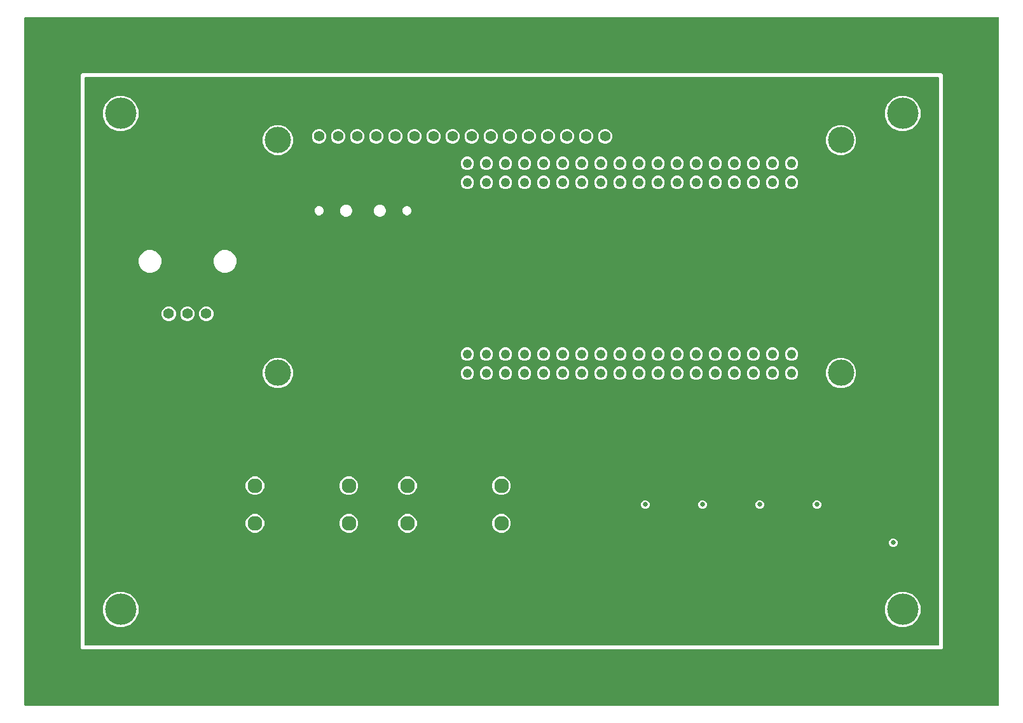
<source format=gbr>
G04 EAGLE Gerber RS-274X export*
G75*
%MOMM*%
%FSLAX34Y34*%
%LPD*%
%INCopper Layer 15*%
%IPPOS*%
%AMOC8*
5,1,8,0,0,1.08239X$1,22.5*%
G01*
%ADD10C,1.244600*%
%ADD11C,1.400000*%
%ADD12C,1.960000*%
%ADD13C,3.500000*%
%ADD14C,4.191000*%
%ADD15C,0.654800*%

G36*
X1219318Y-77454D02*
X1219318Y-77454D01*
X1219437Y-77447D01*
X1219475Y-77434D01*
X1219516Y-77429D01*
X1219626Y-77386D01*
X1219739Y-77349D01*
X1219774Y-77327D01*
X1219811Y-77312D01*
X1219907Y-77243D01*
X1220008Y-77179D01*
X1220036Y-77149D01*
X1220069Y-77126D01*
X1220145Y-77034D01*
X1220226Y-76947D01*
X1220246Y-76912D01*
X1220271Y-76881D01*
X1220322Y-76773D01*
X1220380Y-76669D01*
X1220390Y-76629D01*
X1220407Y-76593D01*
X1220429Y-76476D01*
X1220459Y-76361D01*
X1220463Y-76301D01*
X1220467Y-76281D01*
X1220465Y-76260D01*
X1220469Y-76200D01*
X1220469Y838200D01*
X1220454Y838318D01*
X1220447Y838437D01*
X1220434Y838475D01*
X1220429Y838516D01*
X1220386Y838626D01*
X1220349Y838739D01*
X1220327Y838774D01*
X1220312Y838811D01*
X1220243Y838907D01*
X1220179Y839008D01*
X1220149Y839036D01*
X1220126Y839069D01*
X1220034Y839145D01*
X1219947Y839226D01*
X1219912Y839246D01*
X1219881Y839271D01*
X1219773Y839322D01*
X1219669Y839380D01*
X1219629Y839390D01*
X1219593Y839407D01*
X1219476Y839429D01*
X1219361Y839459D01*
X1219301Y839463D01*
X1219281Y839467D01*
X1219260Y839465D01*
X1219200Y839469D01*
X-76200Y839469D01*
X-76318Y839454D01*
X-76437Y839447D01*
X-76475Y839434D01*
X-76516Y839429D01*
X-76626Y839386D01*
X-76739Y839349D01*
X-76774Y839327D01*
X-76811Y839312D01*
X-76907Y839243D01*
X-77008Y839179D01*
X-77036Y839149D01*
X-77069Y839126D01*
X-77145Y839034D01*
X-77226Y838947D01*
X-77246Y838912D01*
X-77271Y838881D01*
X-77322Y838773D01*
X-77380Y838669D01*
X-77390Y838629D01*
X-77407Y838593D01*
X-77429Y838476D01*
X-77459Y838361D01*
X-77463Y838301D01*
X-77467Y838281D01*
X-77465Y838260D01*
X-77469Y838200D01*
X-77469Y-76200D01*
X-77454Y-76318D01*
X-77447Y-76437D01*
X-77434Y-76475D01*
X-77429Y-76516D01*
X-77386Y-76626D01*
X-77349Y-76739D01*
X-77327Y-76774D01*
X-77312Y-76811D01*
X-77243Y-76907D01*
X-77179Y-77008D01*
X-77149Y-77036D01*
X-77126Y-77069D01*
X-77034Y-77145D01*
X-76947Y-77226D01*
X-76912Y-77246D01*
X-76881Y-77271D01*
X-76773Y-77322D01*
X-76669Y-77380D01*
X-76629Y-77390D01*
X-76593Y-77407D01*
X-76476Y-77429D01*
X-76361Y-77459D01*
X-76301Y-77463D01*
X-76281Y-77467D01*
X-76260Y-77465D01*
X-76200Y-77469D01*
X1219200Y-77469D01*
X1219318Y-77454D01*
G37*
%LPC*%
G36*
X-1052Y-2541D02*
X-1052Y-2541D01*
X-2541Y-1052D01*
X-2541Y763052D01*
X-1052Y764541D01*
X1144052Y764541D01*
X1145541Y763052D01*
X1145541Y-1052D01*
X1144052Y-2541D01*
X-1052Y-2541D01*
G37*
%LPD*%
G36*
X1139308Y2556D02*
X1139308Y2556D01*
X1139427Y2563D01*
X1139465Y2576D01*
X1139506Y2581D01*
X1139616Y2624D01*
X1139729Y2661D01*
X1139764Y2683D01*
X1139801Y2698D01*
X1139897Y2767D01*
X1139998Y2831D01*
X1140026Y2861D01*
X1140059Y2884D01*
X1140135Y2976D01*
X1140216Y3063D01*
X1140236Y3098D01*
X1140261Y3129D01*
X1140312Y3237D01*
X1140370Y3341D01*
X1140380Y3381D01*
X1140397Y3417D01*
X1140419Y3534D01*
X1140449Y3649D01*
X1140453Y3709D01*
X1140457Y3729D01*
X1140455Y3750D01*
X1140459Y3810D01*
X1140459Y758190D01*
X1140444Y758308D01*
X1140437Y758427D01*
X1140424Y758465D01*
X1140419Y758506D01*
X1140376Y758616D01*
X1140339Y758729D01*
X1140317Y758764D01*
X1140302Y758801D01*
X1140233Y758897D01*
X1140169Y758998D01*
X1140139Y759026D01*
X1140116Y759059D01*
X1140024Y759135D01*
X1139937Y759216D01*
X1139902Y759236D01*
X1139871Y759261D01*
X1139763Y759312D01*
X1139659Y759370D01*
X1139619Y759380D01*
X1139583Y759397D01*
X1139466Y759419D01*
X1139351Y759449D01*
X1139291Y759453D01*
X1139271Y759457D01*
X1139250Y759455D01*
X1139190Y759459D01*
X3810Y759459D01*
X3692Y759444D01*
X3573Y759437D01*
X3535Y759424D01*
X3494Y759419D01*
X3384Y759376D01*
X3271Y759339D01*
X3236Y759317D01*
X3199Y759302D01*
X3103Y759233D01*
X3002Y759169D01*
X2974Y759139D01*
X2941Y759116D01*
X2865Y759024D01*
X2784Y758937D01*
X2764Y758902D01*
X2739Y758871D01*
X2688Y758763D01*
X2630Y758659D01*
X2620Y758619D01*
X2603Y758583D01*
X2581Y758466D01*
X2551Y758351D01*
X2547Y758291D01*
X2543Y758271D01*
X2545Y758250D01*
X2541Y758190D01*
X2541Y3810D01*
X2556Y3692D01*
X2563Y3573D01*
X2576Y3535D01*
X2581Y3494D01*
X2624Y3384D01*
X2661Y3271D01*
X2683Y3236D01*
X2698Y3199D01*
X2767Y3103D01*
X2831Y3002D01*
X2861Y2974D01*
X2884Y2941D01*
X2976Y2865D01*
X3063Y2784D01*
X3098Y2764D01*
X3129Y2739D01*
X3237Y2688D01*
X3341Y2630D01*
X3381Y2620D01*
X3417Y2603D01*
X3534Y2581D01*
X3649Y2551D01*
X3709Y2547D01*
X3729Y2543D01*
X3750Y2545D01*
X3810Y2541D01*
X1139190Y2541D01*
X1139308Y2556D01*
G37*
%LPC*%
G36*
X1087526Y687704D02*
X1087526Y687704D01*
X1078891Y691281D01*
X1072281Y697891D01*
X1068704Y706526D01*
X1068704Y715874D01*
X1072281Y724509D01*
X1078891Y731119D01*
X1087526Y734696D01*
X1096874Y734696D01*
X1105509Y731119D01*
X1112119Y724509D01*
X1115696Y715874D01*
X1115696Y706526D01*
X1112119Y697891D01*
X1105509Y691281D01*
X1096874Y687704D01*
X1087526Y687704D01*
G37*
%LPD*%
%LPC*%
G36*
X46126Y687704D02*
X46126Y687704D01*
X37491Y691281D01*
X30881Y697891D01*
X27304Y706526D01*
X27304Y715874D01*
X30881Y724509D01*
X37491Y731119D01*
X46126Y734696D01*
X55474Y734696D01*
X64109Y731119D01*
X70719Y724509D01*
X74296Y715874D01*
X74296Y706526D01*
X70719Y697891D01*
X64109Y691281D01*
X55474Y687704D01*
X46126Y687704D01*
G37*
%LPD*%
%LPC*%
G36*
X46126Y27304D02*
X46126Y27304D01*
X37491Y30881D01*
X30881Y37491D01*
X27304Y46126D01*
X27304Y55474D01*
X30881Y64109D01*
X37491Y70719D01*
X46126Y74296D01*
X55474Y74296D01*
X64109Y70719D01*
X70719Y64109D01*
X74296Y55474D01*
X74296Y46126D01*
X70719Y37491D01*
X64109Y30881D01*
X55474Y27304D01*
X46126Y27304D01*
G37*
%LPD*%
%LPC*%
G36*
X1087526Y27304D02*
X1087526Y27304D01*
X1078891Y30881D01*
X1072281Y37491D01*
X1068704Y46126D01*
X1068704Y55474D01*
X1072281Y64109D01*
X1078891Y70719D01*
X1087526Y74296D01*
X1096874Y74296D01*
X1105509Y70719D01*
X1112119Y64109D01*
X1115696Y55474D01*
X1115696Y46126D01*
X1112119Y37491D01*
X1105509Y30881D01*
X1096874Y27304D01*
X1087526Y27304D01*
G37*
%LPD*%
%LPC*%
G36*
X1006014Y655659D02*
X1006014Y655659D01*
X998648Y658710D01*
X993010Y664348D01*
X989959Y671714D01*
X989959Y679686D01*
X993010Y687052D01*
X998648Y692690D01*
X1006014Y695741D01*
X1013986Y695741D01*
X1021352Y692690D01*
X1026990Y687052D01*
X1030041Y679686D01*
X1030041Y671714D01*
X1026990Y664348D01*
X1021352Y658710D01*
X1013986Y655659D01*
X1006014Y655659D01*
G37*
%LPD*%
%LPC*%
G36*
X256014Y655659D02*
X256014Y655659D01*
X248648Y658710D01*
X243010Y664348D01*
X239959Y671714D01*
X239959Y679686D01*
X243010Y687052D01*
X248648Y692690D01*
X256014Y695741D01*
X263986Y695741D01*
X271352Y692690D01*
X276990Y687052D01*
X280041Y679686D01*
X280041Y671714D01*
X276990Y664348D01*
X271352Y658710D01*
X263986Y655659D01*
X256014Y655659D01*
G37*
%LPD*%
%LPC*%
G36*
X256014Y345659D02*
X256014Y345659D01*
X248648Y348710D01*
X243010Y354348D01*
X239959Y361714D01*
X239959Y369686D01*
X243010Y377052D01*
X248648Y382690D01*
X256014Y385741D01*
X263986Y385741D01*
X271352Y382690D01*
X276990Y377052D01*
X280041Y369686D01*
X280041Y361714D01*
X276990Y354348D01*
X271352Y348710D01*
X263986Y345659D01*
X256014Y345659D01*
G37*
%LPD*%
%LPC*%
G36*
X1006014Y345659D02*
X1006014Y345659D01*
X998648Y348710D01*
X993010Y354348D01*
X989959Y361714D01*
X989959Y369686D01*
X993010Y377052D01*
X998648Y382690D01*
X1006014Y385741D01*
X1013986Y385741D01*
X1021352Y382690D01*
X1026990Y377052D01*
X1030041Y369686D01*
X1030041Y361714D01*
X1026990Y354348D01*
X1021352Y348710D01*
X1013986Y345659D01*
X1006014Y345659D01*
G37*
%LPD*%
%LPC*%
G36*
X186708Y499459D02*
X186708Y499459D01*
X181180Y501749D01*
X176949Y505980D01*
X174659Y511508D01*
X174659Y517492D01*
X176949Y523020D01*
X181180Y527251D01*
X186708Y529541D01*
X192692Y529541D01*
X198220Y527251D01*
X202451Y523020D01*
X204741Y517492D01*
X204741Y511508D01*
X202451Y505980D01*
X198220Y501749D01*
X192692Y499459D01*
X186708Y499459D01*
G37*
%LPD*%
%LPC*%
G36*
X86708Y499459D02*
X86708Y499459D01*
X81180Y501749D01*
X76949Y505980D01*
X74659Y511508D01*
X74659Y517492D01*
X76949Y523020D01*
X81180Y527251D01*
X86708Y529541D01*
X92692Y529541D01*
X98220Y527251D01*
X102451Y523020D01*
X104741Y517492D01*
X104741Y511508D01*
X102451Y505980D01*
X98220Y501749D01*
X92692Y499459D01*
X86708Y499459D01*
G37*
%LPD*%
%LPC*%
G36*
X555345Y203159D02*
X555345Y203159D01*
X550810Y205038D01*
X547338Y208510D01*
X545459Y213045D01*
X545459Y217955D01*
X547338Y222490D01*
X550810Y225962D01*
X555345Y227841D01*
X560255Y227841D01*
X564790Y225962D01*
X568262Y222490D01*
X570141Y217955D01*
X570141Y213045D01*
X568262Y208510D01*
X564790Y205038D01*
X560255Y203159D01*
X555345Y203159D01*
G37*
%LPD*%
%LPC*%
G36*
X430345Y203159D02*
X430345Y203159D01*
X425810Y205038D01*
X422338Y208510D01*
X420459Y213045D01*
X420459Y217955D01*
X422338Y222490D01*
X425810Y225962D01*
X430345Y227841D01*
X435255Y227841D01*
X439790Y225962D01*
X443262Y222490D01*
X445141Y217955D01*
X445141Y213045D01*
X443262Y208510D01*
X439790Y205038D01*
X435255Y203159D01*
X430345Y203159D01*
G37*
%LPD*%
%LPC*%
G36*
X352145Y203159D02*
X352145Y203159D01*
X347610Y205038D01*
X344138Y208510D01*
X342259Y213045D01*
X342259Y217955D01*
X344138Y222490D01*
X347610Y225962D01*
X352145Y227841D01*
X357055Y227841D01*
X361590Y225962D01*
X365062Y222490D01*
X366941Y217955D01*
X366941Y213045D01*
X365062Y208510D01*
X361590Y205038D01*
X357055Y203159D01*
X352145Y203159D01*
G37*
%LPD*%
%LPC*%
G36*
X227145Y203159D02*
X227145Y203159D01*
X222610Y205038D01*
X219138Y208510D01*
X217259Y213045D01*
X217259Y217955D01*
X219138Y222490D01*
X222610Y225962D01*
X227145Y227841D01*
X232055Y227841D01*
X236590Y225962D01*
X240062Y222490D01*
X241941Y217955D01*
X241941Y213045D01*
X240062Y208510D01*
X236590Y205038D01*
X232055Y203159D01*
X227145Y203159D01*
G37*
%LPD*%
%LPC*%
G36*
X555345Y153159D02*
X555345Y153159D01*
X550810Y155038D01*
X547338Y158510D01*
X545459Y163045D01*
X545459Y167955D01*
X547338Y172490D01*
X550810Y175962D01*
X555345Y177841D01*
X560255Y177841D01*
X564790Y175962D01*
X568262Y172490D01*
X570141Y167955D01*
X570141Y163045D01*
X568262Y158510D01*
X564790Y155038D01*
X560255Y153159D01*
X555345Y153159D01*
G37*
%LPD*%
%LPC*%
G36*
X430345Y153159D02*
X430345Y153159D01*
X425810Y155038D01*
X422338Y158510D01*
X420459Y163045D01*
X420459Y167955D01*
X422338Y172490D01*
X425810Y175962D01*
X430345Y177841D01*
X435255Y177841D01*
X439790Y175962D01*
X443262Y172490D01*
X445141Y167955D01*
X445141Y163045D01*
X443262Y158510D01*
X439790Y155038D01*
X435255Y153159D01*
X430345Y153159D01*
G37*
%LPD*%
%LPC*%
G36*
X352145Y153159D02*
X352145Y153159D01*
X347610Y155038D01*
X344138Y158510D01*
X342259Y163045D01*
X342259Y167955D01*
X344138Y172490D01*
X347610Y175962D01*
X352145Y177841D01*
X357055Y177841D01*
X361590Y175962D01*
X365062Y172490D01*
X366941Y167955D01*
X366941Y163045D01*
X365062Y158510D01*
X361590Y155038D01*
X357055Y153159D01*
X352145Y153159D01*
G37*
%LPD*%
%LPC*%
G36*
X227145Y153159D02*
X227145Y153159D01*
X222610Y155038D01*
X219138Y158510D01*
X217259Y163045D01*
X217259Y167955D01*
X219138Y172490D01*
X222610Y175962D01*
X227145Y177841D01*
X232055Y177841D01*
X236590Y175962D01*
X240062Y172490D01*
X241941Y167955D01*
X241941Y163045D01*
X240062Y158510D01*
X236590Y155038D01*
X232055Y153159D01*
X227145Y153159D01*
G37*
%LPD*%
%LPC*%
G36*
X389302Y671159D02*
X389302Y671159D01*
X385796Y672612D01*
X383112Y675296D01*
X381659Y678802D01*
X381659Y682598D01*
X383112Y686104D01*
X385796Y688788D01*
X389302Y690241D01*
X393098Y690241D01*
X396604Y688788D01*
X399288Y686104D01*
X400741Y682598D01*
X400741Y678802D01*
X399288Y675296D01*
X396604Y672612D01*
X393098Y671159D01*
X389302Y671159D01*
G37*
%LPD*%
%LPC*%
G36*
X363902Y671159D02*
X363902Y671159D01*
X360396Y672612D01*
X357712Y675296D01*
X356259Y678802D01*
X356259Y682598D01*
X357712Y686104D01*
X360396Y688788D01*
X363902Y690241D01*
X367698Y690241D01*
X371204Y688788D01*
X373888Y686104D01*
X375341Y682598D01*
X375341Y678802D01*
X373888Y675296D01*
X371204Y672612D01*
X367698Y671159D01*
X363902Y671159D01*
G37*
%LPD*%
%LPC*%
G36*
X338502Y671159D02*
X338502Y671159D01*
X334996Y672612D01*
X332312Y675296D01*
X330859Y678802D01*
X330859Y682598D01*
X332312Y686104D01*
X334996Y688788D01*
X338502Y690241D01*
X342298Y690241D01*
X345804Y688788D01*
X348488Y686104D01*
X349941Y682598D01*
X349941Y678802D01*
X348488Y675296D01*
X345804Y672612D01*
X342298Y671159D01*
X338502Y671159D01*
G37*
%LPD*%
%LPC*%
G36*
X313102Y671159D02*
X313102Y671159D01*
X309596Y672612D01*
X306912Y675296D01*
X305459Y678802D01*
X305459Y682598D01*
X306912Y686104D01*
X309596Y688788D01*
X313102Y690241D01*
X316898Y690241D01*
X320404Y688788D01*
X323088Y686104D01*
X324541Y682598D01*
X324541Y678802D01*
X323088Y675296D01*
X320404Y672612D01*
X316898Y671159D01*
X313102Y671159D01*
G37*
%LPD*%
%LPC*%
G36*
X694102Y671159D02*
X694102Y671159D01*
X690596Y672612D01*
X687912Y675296D01*
X686459Y678802D01*
X686459Y682598D01*
X687912Y686104D01*
X690596Y688788D01*
X694102Y690241D01*
X697898Y690241D01*
X701404Y688788D01*
X704088Y686104D01*
X705541Y682598D01*
X705541Y678802D01*
X704088Y675296D01*
X701404Y672612D01*
X697898Y671159D01*
X694102Y671159D01*
G37*
%LPD*%
%LPC*%
G36*
X668702Y671159D02*
X668702Y671159D01*
X665196Y672612D01*
X662512Y675296D01*
X661059Y678802D01*
X661059Y682598D01*
X662512Y686104D01*
X665196Y688788D01*
X668702Y690241D01*
X672498Y690241D01*
X676004Y688788D01*
X678688Y686104D01*
X680141Y682598D01*
X680141Y678802D01*
X678688Y675296D01*
X676004Y672612D01*
X672498Y671159D01*
X668702Y671159D01*
G37*
%LPD*%
%LPC*%
G36*
X643302Y671159D02*
X643302Y671159D01*
X639796Y672612D01*
X637112Y675296D01*
X635659Y678802D01*
X635659Y682598D01*
X637112Y686104D01*
X639796Y688788D01*
X643302Y690241D01*
X647098Y690241D01*
X650604Y688788D01*
X653288Y686104D01*
X654741Y682598D01*
X654741Y678802D01*
X653288Y675296D01*
X650604Y672612D01*
X647098Y671159D01*
X643302Y671159D01*
G37*
%LPD*%
%LPC*%
G36*
X617902Y671159D02*
X617902Y671159D01*
X614396Y672612D01*
X611712Y675296D01*
X610259Y678802D01*
X610259Y682598D01*
X611712Y686104D01*
X614396Y688788D01*
X617902Y690241D01*
X621698Y690241D01*
X625204Y688788D01*
X627888Y686104D01*
X629341Y682598D01*
X629341Y678802D01*
X627888Y675296D01*
X625204Y672612D01*
X621698Y671159D01*
X617902Y671159D01*
G37*
%LPD*%
%LPC*%
G36*
X592502Y671159D02*
X592502Y671159D01*
X588996Y672612D01*
X586312Y675296D01*
X584859Y678802D01*
X584859Y682598D01*
X586312Y686104D01*
X588996Y688788D01*
X592502Y690241D01*
X596298Y690241D01*
X599804Y688788D01*
X602488Y686104D01*
X603941Y682598D01*
X603941Y678802D01*
X602488Y675296D01*
X599804Y672612D01*
X596298Y671159D01*
X592502Y671159D01*
G37*
%LPD*%
%LPC*%
G36*
X567102Y671159D02*
X567102Y671159D01*
X563596Y672612D01*
X560912Y675296D01*
X559459Y678802D01*
X559459Y682598D01*
X560912Y686104D01*
X563596Y688788D01*
X567102Y690241D01*
X570898Y690241D01*
X574404Y688788D01*
X577088Y686104D01*
X578541Y682598D01*
X578541Y678802D01*
X577088Y675296D01*
X574404Y672612D01*
X570898Y671159D01*
X567102Y671159D01*
G37*
%LPD*%
%LPC*%
G36*
X541702Y671159D02*
X541702Y671159D01*
X538196Y672612D01*
X535512Y675296D01*
X534059Y678802D01*
X534059Y682598D01*
X535512Y686104D01*
X538196Y688788D01*
X541702Y690241D01*
X545498Y690241D01*
X549004Y688788D01*
X551688Y686104D01*
X553141Y682598D01*
X553141Y678802D01*
X551688Y675296D01*
X549004Y672612D01*
X545498Y671159D01*
X541702Y671159D01*
G37*
%LPD*%
%LPC*%
G36*
X516302Y671159D02*
X516302Y671159D01*
X512796Y672612D01*
X510112Y675296D01*
X508659Y678802D01*
X508659Y682598D01*
X510112Y686104D01*
X512796Y688788D01*
X516302Y690241D01*
X520098Y690241D01*
X523604Y688788D01*
X526288Y686104D01*
X527741Y682598D01*
X527741Y678802D01*
X526288Y675296D01*
X523604Y672612D01*
X520098Y671159D01*
X516302Y671159D01*
G37*
%LPD*%
%LPC*%
G36*
X162802Y434959D02*
X162802Y434959D01*
X159296Y436412D01*
X156612Y439096D01*
X155159Y442602D01*
X155159Y446398D01*
X156612Y449904D01*
X159296Y452588D01*
X162802Y454041D01*
X166598Y454041D01*
X170104Y452588D01*
X172788Y449904D01*
X174241Y446398D01*
X174241Y442602D01*
X172788Y439096D01*
X170104Y436412D01*
X166598Y434959D01*
X162802Y434959D01*
G37*
%LPD*%
%LPC*%
G36*
X137802Y434959D02*
X137802Y434959D01*
X134296Y436412D01*
X131612Y439096D01*
X130159Y442602D01*
X130159Y446398D01*
X131612Y449904D01*
X134296Y452588D01*
X137802Y454041D01*
X141598Y454041D01*
X145104Y452588D01*
X147788Y449904D01*
X149241Y446398D01*
X149241Y442602D01*
X147788Y439096D01*
X145104Y436412D01*
X141598Y434959D01*
X137802Y434959D01*
G37*
%LPD*%
%LPC*%
G36*
X112802Y434959D02*
X112802Y434959D01*
X109296Y436412D01*
X106612Y439096D01*
X105159Y442602D01*
X105159Y446398D01*
X106612Y449904D01*
X109296Y452588D01*
X112802Y454041D01*
X116598Y454041D01*
X120104Y452588D01*
X122788Y449904D01*
X124241Y446398D01*
X124241Y442602D01*
X122788Y439096D01*
X120104Y436412D01*
X116598Y434959D01*
X112802Y434959D01*
G37*
%LPD*%
%LPC*%
G36*
X414702Y671159D02*
X414702Y671159D01*
X411196Y672612D01*
X408512Y675296D01*
X407059Y678802D01*
X407059Y682598D01*
X408512Y686104D01*
X411196Y688788D01*
X414702Y690241D01*
X418498Y690241D01*
X422004Y688788D01*
X424688Y686104D01*
X426141Y682598D01*
X426141Y678802D01*
X424688Y675296D01*
X422004Y672612D01*
X418498Y671159D01*
X414702Y671159D01*
G37*
%LPD*%
%LPC*%
G36*
X490902Y671159D02*
X490902Y671159D01*
X487396Y672612D01*
X484712Y675296D01*
X483259Y678802D01*
X483259Y682598D01*
X484712Y686104D01*
X487396Y688788D01*
X490902Y690241D01*
X494698Y690241D01*
X498204Y688788D01*
X500888Y686104D01*
X502341Y682598D01*
X502341Y678802D01*
X500888Y675296D01*
X498204Y672612D01*
X494698Y671159D01*
X490902Y671159D01*
G37*
%LPD*%
%LPC*%
G36*
X440102Y671159D02*
X440102Y671159D01*
X436596Y672612D01*
X433912Y675296D01*
X432459Y678802D01*
X432459Y682598D01*
X433912Y686104D01*
X436596Y688788D01*
X440102Y690241D01*
X443898Y690241D01*
X447404Y688788D01*
X450088Y686104D01*
X451541Y682598D01*
X451541Y678802D01*
X450088Y675296D01*
X447404Y672612D01*
X443898Y671159D01*
X440102Y671159D01*
G37*
%LPD*%
%LPC*%
G36*
X465502Y671159D02*
X465502Y671159D01*
X461996Y672612D01*
X459312Y675296D01*
X457859Y678802D01*
X457859Y682598D01*
X459312Y686104D01*
X461996Y688788D01*
X465502Y690241D01*
X469298Y690241D01*
X472804Y688788D01*
X475488Y686104D01*
X476941Y682598D01*
X476941Y678802D01*
X475488Y675296D01*
X472804Y672612D01*
X469298Y671159D01*
X465502Y671159D01*
G37*
%LPD*%
%LPC*%
G36*
X637657Y636136D02*
X637657Y636136D01*
X634436Y637470D01*
X631970Y639936D01*
X630636Y643157D01*
X630636Y646643D01*
X631970Y649864D01*
X634436Y652330D01*
X637657Y653664D01*
X641143Y653664D01*
X644364Y652330D01*
X646830Y649864D01*
X648164Y646643D01*
X648164Y643157D01*
X646830Y639936D01*
X644364Y637470D01*
X641143Y636136D01*
X637657Y636136D01*
G37*
%LPD*%
%LPC*%
G36*
X612257Y636136D02*
X612257Y636136D01*
X609036Y637470D01*
X606570Y639936D01*
X605236Y643157D01*
X605236Y646643D01*
X606570Y649864D01*
X609036Y652330D01*
X612257Y653664D01*
X615743Y653664D01*
X618964Y652330D01*
X621430Y649864D01*
X622764Y646643D01*
X622764Y643157D01*
X621430Y639936D01*
X618964Y637470D01*
X615743Y636136D01*
X612257Y636136D01*
G37*
%LPD*%
%LPC*%
G36*
X586857Y610736D02*
X586857Y610736D01*
X583636Y612070D01*
X581170Y614536D01*
X579836Y617757D01*
X579836Y621243D01*
X581170Y624464D01*
X583636Y626930D01*
X586857Y628264D01*
X590343Y628264D01*
X593564Y626930D01*
X596030Y624464D01*
X597364Y621243D01*
X597364Y617757D01*
X596030Y614536D01*
X593564Y612070D01*
X590343Y610736D01*
X586857Y610736D01*
G37*
%LPD*%
%LPC*%
G36*
X561457Y610736D02*
X561457Y610736D01*
X558236Y612070D01*
X555770Y614536D01*
X554436Y617757D01*
X554436Y621243D01*
X555770Y624464D01*
X558236Y626930D01*
X561457Y628264D01*
X564943Y628264D01*
X568164Y626930D01*
X570630Y624464D01*
X571964Y621243D01*
X571964Y617757D01*
X570630Y614536D01*
X568164Y612070D01*
X564943Y610736D01*
X561457Y610736D01*
G37*
%LPD*%
%LPC*%
G36*
X536057Y610736D02*
X536057Y610736D01*
X532836Y612070D01*
X530370Y614536D01*
X529036Y617757D01*
X529036Y621243D01*
X530370Y624464D01*
X532836Y626930D01*
X536057Y628264D01*
X539543Y628264D01*
X542764Y626930D01*
X545230Y624464D01*
X546564Y621243D01*
X546564Y617757D01*
X545230Y614536D01*
X542764Y612070D01*
X539543Y610736D01*
X536057Y610736D01*
G37*
%LPD*%
%LPC*%
G36*
X510657Y610736D02*
X510657Y610736D01*
X507436Y612070D01*
X504970Y614536D01*
X503636Y617757D01*
X503636Y621243D01*
X504970Y624464D01*
X507436Y626930D01*
X510657Y628264D01*
X514143Y628264D01*
X517364Y626930D01*
X519830Y624464D01*
X521164Y621243D01*
X521164Y617757D01*
X519830Y614536D01*
X517364Y612070D01*
X514143Y610736D01*
X510657Y610736D01*
G37*
%LPD*%
%LPC*%
G36*
X942457Y610736D02*
X942457Y610736D01*
X939236Y612070D01*
X936770Y614536D01*
X935436Y617757D01*
X935436Y621243D01*
X936770Y624464D01*
X939236Y626930D01*
X942457Y628264D01*
X945943Y628264D01*
X949164Y626930D01*
X951630Y624464D01*
X952964Y621243D01*
X952964Y617757D01*
X951630Y614536D01*
X949164Y612070D01*
X945943Y610736D01*
X942457Y610736D01*
G37*
%LPD*%
%LPC*%
G36*
X917057Y610736D02*
X917057Y610736D01*
X913836Y612070D01*
X911370Y614536D01*
X910036Y617757D01*
X910036Y621243D01*
X911370Y624464D01*
X913836Y626930D01*
X917057Y628264D01*
X920543Y628264D01*
X923764Y626930D01*
X926230Y624464D01*
X927564Y621243D01*
X927564Y617757D01*
X926230Y614536D01*
X923764Y612070D01*
X920543Y610736D01*
X917057Y610736D01*
G37*
%LPD*%
%LPC*%
G36*
X891657Y610736D02*
X891657Y610736D01*
X888436Y612070D01*
X885970Y614536D01*
X884636Y617757D01*
X884636Y621243D01*
X885970Y624464D01*
X888436Y626930D01*
X891657Y628264D01*
X895143Y628264D01*
X898364Y626930D01*
X900830Y624464D01*
X902164Y621243D01*
X902164Y617757D01*
X900830Y614536D01*
X898364Y612070D01*
X895143Y610736D01*
X891657Y610736D01*
G37*
%LPD*%
%LPC*%
G36*
X866257Y610736D02*
X866257Y610736D01*
X863036Y612070D01*
X860570Y614536D01*
X859236Y617757D01*
X859236Y621243D01*
X860570Y624464D01*
X863036Y626930D01*
X866257Y628264D01*
X869743Y628264D01*
X872964Y626930D01*
X875430Y624464D01*
X876764Y621243D01*
X876764Y617757D01*
X875430Y614536D01*
X872964Y612070D01*
X869743Y610736D01*
X866257Y610736D01*
G37*
%LPD*%
%LPC*%
G36*
X840857Y610736D02*
X840857Y610736D01*
X837636Y612070D01*
X835170Y614536D01*
X833836Y617757D01*
X833836Y621243D01*
X835170Y624464D01*
X837636Y626930D01*
X840857Y628264D01*
X844343Y628264D01*
X847564Y626930D01*
X850030Y624464D01*
X851364Y621243D01*
X851364Y617757D01*
X850030Y614536D01*
X847564Y612070D01*
X844343Y610736D01*
X840857Y610736D01*
G37*
%LPD*%
%LPC*%
G36*
X815457Y610736D02*
X815457Y610736D01*
X812236Y612070D01*
X809770Y614536D01*
X808436Y617757D01*
X808436Y621243D01*
X809770Y624464D01*
X812236Y626930D01*
X815457Y628264D01*
X818943Y628264D01*
X822164Y626930D01*
X824630Y624464D01*
X825964Y621243D01*
X825964Y617757D01*
X824630Y614536D01*
X822164Y612070D01*
X818943Y610736D01*
X815457Y610736D01*
G37*
%LPD*%
%LPC*%
G36*
X790057Y610736D02*
X790057Y610736D01*
X786836Y612070D01*
X784370Y614536D01*
X783036Y617757D01*
X783036Y621243D01*
X784370Y624464D01*
X786836Y626930D01*
X790057Y628264D01*
X793543Y628264D01*
X796764Y626930D01*
X799230Y624464D01*
X800564Y621243D01*
X800564Y617757D01*
X799230Y614536D01*
X796764Y612070D01*
X793543Y610736D01*
X790057Y610736D01*
G37*
%LPD*%
%LPC*%
G36*
X764657Y610736D02*
X764657Y610736D01*
X761436Y612070D01*
X758970Y614536D01*
X757636Y617757D01*
X757636Y621243D01*
X758970Y624464D01*
X761436Y626930D01*
X764657Y628264D01*
X768143Y628264D01*
X771364Y626930D01*
X773830Y624464D01*
X775164Y621243D01*
X775164Y617757D01*
X773830Y614536D01*
X771364Y612070D01*
X768143Y610736D01*
X764657Y610736D01*
G37*
%LPD*%
%LPC*%
G36*
X739257Y610736D02*
X739257Y610736D01*
X736036Y612070D01*
X733570Y614536D01*
X732236Y617757D01*
X732236Y621243D01*
X733570Y624464D01*
X736036Y626930D01*
X739257Y628264D01*
X742743Y628264D01*
X745964Y626930D01*
X748430Y624464D01*
X749764Y621243D01*
X749764Y617757D01*
X748430Y614536D01*
X745964Y612070D01*
X742743Y610736D01*
X739257Y610736D01*
G37*
%LPD*%
%LPC*%
G36*
X713857Y610736D02*
X713857Y610736D01*
X710636Y612070D01*
X708170Y614536D01*
X706836Y617757D01*
X706836Y621243D01*
X708170Y624464D01*
X710636Y626930D01*
X713857Y628264D01*
X717343Y628264D01*
X720564Y626930D01*
X723030Y624464D01*
X724364Y621243D01*
X724364Y617757D01*
X723030Y614536D01*
X720564Y612070D01*
X717343Y610736D01*
X713857Y610736D01*
G37*
%LPD*%
%LPC*%
G36*
X688457Y610736D02*
X688457Y610736D01*
X685236Y612070D01*
X682770Y614536D01*
X681436Y617757D01*
X681436Y621243D01*
X682770Y624464D01*
X685236Y626930D01*
X688457Y628264D01*
X691943Y628264D01*
X695164Y626930D01*
X697630Y624464D01*
X698964Y621243D01*
X698964Y617757D01*
X697630Y614536D01*
X695164Y612070D01*
X691943Y610736D01*
X688457Y610736D01*
G37*
%LPD*%
%LPC*%
G36*
X663057Y610736D02*
X663057Y610736D01*
X659836Y612070D01*
X657370Y614536D01*
X656036Y617757D01*
X656036Y621243D01*
X657370Y624464D01*
X659836Y626930D01*
X663057Y628264D01*
X666543Y628264D01*
X669764Y626930D01*
X672230Y624464D01*
X673564Y621243D01*
X673564Y617757D01*
X672230Y614536D01*
X669764Y612070D01*
X666543Y610736D01*
X663057Y610736D01*
G37*
%LPD*%
%LPC*%
G36*
X637657Y610736D02*
X637657Y610736D01*
X634436Y612070D01*
X631970Y614536D01*
X630636Y617757D01*
X630636Y621243D01*
X631970Y624464D01*
X634436Y626930D01*
X637657Y628264D01*
X641143Y628264D01*
X644364Y626930D01*
X646830Y624464D01*
X648164Y621243D01*
X648164Y617757D01*
X646830Y614536D01*
X644364Y612070D01*
X641143Y610736D01*
X637657Y610736D01*
G37*
%LPD*%
%LPC*%
G36*
X612257Y610736D02*
X612257Y610736D01*
X609036Y612070D01*
X606570Y614536D01*
X605236Y617757D01*
X605236Y621243D01*
X606570Y624464D01*
X609036Y626930D01*
X612257Y628264D01*
X615743Y628264D01*
X618964Y626930D01*
X621430Y624464D01*
X622764Y621243D01*
X622764Y617757D01*
X621430Y614536D01*
X618964Y612070D01*
X615743Y610736D01*
X612257Y610736D01*
G37*
%LPD*%
%LPC*%
G36*
X764657Y382136D02*
X764657Y382136D01*
X761436Y383470D01*
X758970Y385936D01*
X757636Y389157D01*
X757636Y392643D01*
X758970Y395864D01*
X761436Y398330D01*
X764657Y399664D01*
X768143Y399664D01*
X771364Y398330D01*
X773830Y395864D01*
X775164Y392643D01*
X775164Y389157D01*
X773830Y385936D01*
X771364Y383470D01*
X768143Y382136D01*
X764657Y382136D01*
G37*
%LPD*%
%LPC*%
G36*
X586857Y636136D02*
X586857Y636136D01*
X583636Y637470D01*
X581170Y639936D01*
X579836Y643157D01*
X579836Y646643D01*
X581170Y649864D01*
X583636Y652330D01*
X586857Y653664D01*
X590343Y653664D01*
X593564Y652330D01*
X596030Y649864D01*
X597364Y646643D01*
X597364Y643157D01*
X596030Y639936D01*
X593564Y637470D01*
X590343Y636136D01*
X586857Y636136D01*
G37*
%LPD*%
%LPC*%
G36*
X561457Y636136D02*
X561457Y636136D01*
X558236Y637470D01*
X555770Y639936D01*
X554436Y643157D01*
X554436Y646643D01*
X555770Y649864D01*
X558236Y652330D01*
X561457Y653664D01*
X564943Y653664D01*
X568164Y652330D01*
X570630Y649864D01*
X571964Y646643D01*
X571964Y643157D01*
X570630Y639936D01*
X568164Y637470D01*
X564943Y636136D01*
X561457Y636136D01*
G37*
%LPD*%
%LPC*%
G36*
X536057Y636136D02*
X536057Y636136D01*
X532836Y637470D01*
X530370Y639936D01*
X529036Y643157D01*
X529036Y646643D01*
X530370Y649864D01*
X532836Y652330D01*
X536057Y653664D01*
X539543Y653664D01*
X542764Y652330D01*
X545230Y649864D01*
X546564Y646643D01*
X546564Y643157D01*
X545230Y639936D01*
X542764Y637470D01*
X539543Y636136D01*
X536057Y636136D01*
G37*
%LPD*%
%LPC*%
G36*
X510657Y636136D02*
X510657Y636136D01*
X507436Y637470D01*
X504970Y639936D01*
X503636Y643157D01*
X503636Y646643D01*
X504970Y649864D01*
X507436Y652330D01*
X510657Y653664D01*
X514143Y653664D01*
X517364Y652330D01*
X519830Y649864D01*
X521164Y646643D01*
X521164Y643157D01*
X519830Y639936D01*
X517364Y637470D01*
X514143Y636136D01*
X510657Y636136D01*
G37*
%LPD*%
%LPC*%
G36*
X840857Y382136D02*
X840857Y382136D01*
X837636Y383470D01*
X835170Y385936D01*
X833836Y389157D01*
X833836Y392643D01*
X835170Y395864D01*
X837636Y398330D01*
X840857Y399664D01*
X844343Y399664D01*
X847564Y398330D01*
X850030Y395864D01*
X851364Y392643D01*
X851364Y389157D01*
X850030Y385936D01*
X847564Y383470D01*
X844343Y382136D01*
X840857Y382136D01*
G37*
%LPD*%
%LPC*%
G36*
X815457Y382136D02*
X815457Y382136D01*
X812236Y383470D01*
X809770Y385936D01*
X808436Y389157D01*
X808436Y392643D01*
X809770Y395864D01*
X812236Y398330D01*
X815457Y399664D01*
X818943Y399664D01*
X822164Y398330D01*
X824630Y395864D01*
X825964Y392643D01*
X825964Y389157D01*
X824630Y385936D01*
X822164Y383470D01*
X818943Y382136D01*
X815457Y382136D01*
G37*
%LPD*%
%LPC*%
G36*
X942457Y382136D02*
X942457Y382136D01*
X939236Y383470D01*
X936770Y385936D01*
X935436Y389157D01*
X935436Y392643D01*
X936770Y395864D01*
X939236Y398330D01*
X942457Y399664D01*
X945943Y399664D01*
X949164Y398330D01*
X951630Y395864D01*
X952964Y392643D01*
X952964Y389157D01*
X951630Y385936D01*
X949164Y383470D01*
X945943Y382136D01*
X942457Y382136D01*
G37*
%LPD*%
%LPC*%
G36*
X917057Y382136D02*
X917057Y382136D01*
X913836Y383470D01*
X911370Y385936D01*
X910036Y389157D01*
X910036Y392643D01*
X911370Y395864D01*
X913836Y398330D01*
X917057Y399664D01*
X920543Y399664D01*
X923764Y398330D01*
X926230Y395864D01*
X927564Y392643D01*
X927564Y389157D01*
X926230Y385936D01*
X923764Y383470D01*
X920543Y382136D01*
X917057Y382136D01*
G37*
%LPD*%
%LPC*%
G36*
X891657Y382136D02*
X891657Y382136D01*
X888436Y383470D01*
X885970Y385936D01*
X884636Y389157D01*
X884636Y392643D01*
X885970Y395864D01*
X888436Y398330D01*
X891657Y399664D01*
X895143Y399664D01*
X898364Y398330D01*
X900830Y395864D01*
X902164Y392643D01*
X902164Y389157D01*
X900830Y385936D01*
X898364Y383470D01*
X895143Y382136D01*
X891657Y382136D01*
G37*
%LPD*%
%LPC*%
G36*
X866257Y382136D02*
X866257Y382136D01*
X863036Y383470D01*
X860570Y385936D01*
X859236Y389157D01*
X859236Y392643D01*
X860570Y395864D01*
X863036Y398330D01*
X866257Y399664D01*
X869743Y399664D01*
X872964Y398330D01*
X875430Y395864D01*
X876764Y392643D01*
X876764Y389157D01*
X875430Y385936D01*
X872964Y383470D01*
X869743Y382136D01*
X866257Y382136D01*
G37*
%LPD*%
%LPC*%
G36*
X790057Y382136D02*
X790057Y382136D01*
X786836Y383470D01*
X784370Y385936D01*
X783036Y389157D01*
X783036Y392643D01*
X784370Y395864D01*
X786836Y398330D01*
X790057Y399664D01*
X793543Y399664D01*
X796764Y398330D01*
X799230Y395864D01*
X800564Y392643D01*
X800564Y389157D01*
X799230Y385936D01*
X796764Y383470D01*
X793543Y382136D01*
X790057Y382136D01*
G37*
%LPD*%
%LPC*%
G36*
X739257Y382136D02*
X739257Y382136D01*
X736036Y383470D01*
X733570Y385936D01*
X732236Y389157D01*
X732236Y392643D01*
X733570Y395864D01*
X736036Y398330D01*
X739257Y399664D01*
X742743Y399664D01*
X745964Y398330D01*
X748430Y395864D01*
X749764Y392643D01*
X749764Y389157D01*
X748430Y385936D01*
X745964Y383470D01*
X742743Y382136D01*
X739257Y382136D01*
G37*
%LPD*%
%LPC*%
G36*
X713857Y382136D02*
X713857Y382136D01*
X710636Y383470D01*
X708170Y385936D01*
X706836Y389157D01*
X706836Y392643D01*
X708170Y395864D01*
X710636Y398330D01*
X713857Y399664D01*
X717343Y399664D01*
X720564Y398330D01*
X723030Y395864D01*
X724364Y392643D01*
X724364Y389157D01*
X723030Y385936D01*
X720564Y383470D01*
X717343Y382136D01*
X713857Y382136D01*
G37*
%LPD*%
%LPC*%
G36*
X688457Y382136D02*
X688457Y382136D01*
X685236Y383470D01*
X682770Y385936D01*
X681436Y389157D01*
X681436Y392643D01*
X682770Y395864D01*
X685236Y398330D01*
X688457Y399664D01*
X691943Y399664D01*
X695164Y398330D01*
X697630Y395864D01*
X698964Y392643D01*
X698964Y389157D01*
X697630Y385936D01*
X695164Y383470D01*
X691943Y382136D01*
X688457Y382136D01*
G37*
%LPD*%
%LPC*%
G36*
X663057Y382136D02*
X663057Y382136D01*
X659836Y383470D01*
X657370Y385936D01*
X656036Y389157D01*
X656036Y392643D01*
X657370Y395864D01*
X659836Y398330D01*
X663057Y399664D01*
X666543Y399664D01*
X669764Y398330D01*
X672230Y395864D01*
X673564Y392643D01*
X673564Y389157D01*
X672230Y385936D01*
X669764Y383470D01*
X666543Y382136D01*
X663057Y382136D01*
G37*
%LPD*%
%LPC*%
G36*
X637657Y382136D02*
X637657Y382136D01*
X634436Y383470D01*
X631970Y385936D01*
X630636Y389157D01*
X630636Y392643D01*
X631970Y395864D01*
X634436Y398330D01*
X637657Y399664D01*
X641143Y399664D01*
X644364Y398330D01*
X646830Y395864D01*
X648164Y392643D01*
X648164Y389157D01*
X646830Y385936D01*
X644364Y383470D01*
X641143Y382136D01*
X637657Y382136D01*
G37*
%LPD*%
%LPC*%
G36*
X612257Y382136D02*
X612257Y382136D01*
X609036Y383470D01*
X606570Y385936D01*
X605236Y389157D01*
X605236Y392643D01*
X606570Y395864D01*
X609036Y398330D01*
X612257Y399664D01*
X615743Y399664D01*
X618964Y398330D01*
X621430Y395864D01*
X622764Y392643D01*
X622764Y389157D01*
X621430Y385936D01*
X618964Y383470D01*
X615743Y382136D01*
X612257Y382136D01*
G37*
%LPD*%
%LPC*%
G36*
X586857Y382136D02*
X586857Y382136D01*
X583636Y383470D01*
X581170Y385936D01*
X579836Y389157D01*
X579836Y392643D01*
X581170Y395864D01*
X583636Y398330D01*
X586857Y399664D01*
X590343Y399664D01*
X593564Y398330D01*
X596030Y395864D01*
X597364Y392643D01*
X597364Y389157D01*
X596030Y385936D01*
X593564Y383470D01*
X590343Y382136D01*
X586857Y382136D01*
G37*
%LPD*%
%LPC*%
G36*
X561457Y382136D02*
X561457Y382136D01*
X558236Y383470D01*
X555770Y385936D01*
X554436Y389157D01*
X554436Y392643D01*
X555770Y395864D01*
X558236Y398330D01*
X561457Y399664D01*
X564943Y399664D01*
X568164Y398330D01*
X570630Y395864D01*
X571964Y392643D01*
X571964Y389157D01*
X570630Y385936D01*
X568164Y383470D01*
X564943Y382136D01*
X561457Y382136D01*
G37*
%LPD*%
%LPC*%
G36*
X536057Y382136D02*
X536057Y382136D01*
X532836Y383470D01*
X530370Y385936D01*
X529036Y389157D01*
X529036Y392643D01*
X530370Y395864D01*
X532836Y398330D01*
X536057Y399664D01*
X539543Y399664D01*
X542764Y398330D01*
X545230Y395864D01*
X546564Y392643D01*
X546564Y389157D01*
X545230Y385936D01*
X542764Y383470D01*
X539543Y382136D01*
X536057Y382136D01*
G37*
%LPD*%
%LPC*%
G36*
X510657Y382136D02*
X510657Y382136D01*
X507436Y383470D01*
X504970Y385936D01*
X503636Y389157D01*
X503636Y392643D01*
X504970Y395864D01*
X507436Y398330D01*
X510657Y399664D01*
X514143Y399664D01*
X517364Y398330D01*
X519830Y395864D01*
X521164Y392643D01*
X521164Y389157D01*
X519830Y385936D01*
X517364Y383470D01*
X514143Y382136D01*
X510657Y382136D01*
G37*
%LPD*%
%LPC*%
G36*
X942457Y636136D02*
X942457Y636136D01*
X939236Y637470D01*
X936770Y639936D01*
X935436Y643157D01*
X935436Y646643D01*
X936770Y649864D01*
X939236Y652330D01*
X942457Y653664D01*
X945943Y653664D01*
X949164Y652330D01*
X951630Y649864D01*
X952964Y646643D01*
X952964Y643157D01*
X951630Y639936D01*
X949164Y637470D01*
X945943Y636136D01*
X942457Y636136D01*
G37*
%LPD*%
%LPC*%
G36*
X917057Y636136D02*
X917057Y636136D01*
X913836Y637470D01*
X911370Y639936D01*
X910036Y643157D01*
X910036Y646643D01*
X911370Y649864D01*
X913836Y652330D01*
X917057Y653664D01*
X920543Y653664D01*
X923764Y652330D01*
X926230Y649864D01*
X927564Y646643D01*
X927564Y643157D01*
X926230Y639936D01*
X923764Y637470D01*
X920543Y636136D01*
X917057Y636136D01*
G37*
%LPD*%
%LPC*%
G36*
X586857Y356736D02*
X586857Y356736D01*
X583636Y358070D01*
X581170Y360536D01*
X579836Y363757D01*
X579836Y367243D01*
X581170Y370464D01*
X583636Y372930D01*
X586857Y374264D01*
X590343Y374264D01*
X593564Y372930D01*
X596030Y370464D01*
X597364Y367243D01*
X597364Y363757D01*
X596030Y360536D01*
X593564Y358070D01*
X590343Y356736D01*
X586857Y356736D01*
G37*
%LPD*%
%LPC*%
G36*
X561457Y356736D02*
X561457Y356736D01*
X558236Y358070D01*
X555770Y360536D01*
X554436Y363757D01*
X554436Y367243D01*
X555770Y370464D01*
X558236Y372930D01*
X561457Y374264D01*
X564943Y374264D01*
X568164Y372930D01*
X570630Y370464D01*
X571964Y367243D01*
X571964Y363757D01*
X570630Y360536D01*
X568164Y358070D01*
X564943Y356736D01*
X561457Y356736D01*
G37*
%LPD*%
%LPC*%
G36*
X891657Y636136D02*
X891657Y636136D01*
X888436Y637470D01*
X885970Y639936D01*
X884636Y643157D01*
X884636Y646643D01*
X885970Y649864D01*
X888436Y652330D01*
X891657Y653664D01*
X895143Y653664D01*
X898364Y652330D01*
X900830Y649864D01*
X902164Y646643D01*
X902164Y643157D01*
X900830Y639936D01*
X898364Y637470D01*
X895143Y636136D01*
X891657Y636136D01*
G37*
%LPD*%
%LPC*%
G36*
X510657Y356736D02*
X510657Y356736D01*
X507436Y358070D01*
X504970Y360536D01*
X503636Y363757D01*
X503636Y367243D01*
X504970Y370464D01*
X507436Y372930D01*
X510657Y374264D01*
X514143Y374264D01*
X517364Y372930D01*
X519830Y370464D01*
X521164Y367243D01*
X521164Y363757D01*
X519830Y360536D01*
X517364Y358070D01*
X514143Y356736D01*
X510657Y356736D01*
G37*
%LPD*%
%LPC*%
G36*
X942457Y356736D02*
X942457Y356736D01*
X939236Y358070D01*
X936770Y360536D01*
X935436Y363757D01*
X935436Y367243D01*
X936770Y370464D01*
X939236Y372930D01*
X942457Y374264D01*
X945943Y374264D01*
X949164Y372930D01*
X951630Y370464D01*
X952964Y367243D01*
X952964Y363757D01*
X951630Y360536D01*
X949164Y358070D01*
X945943Y356736D01*
X942457Y356736D01*
G37*
%LPD*%
%LPC*%
G36*
X917057Y356736D02*
X917057Y356736D01*
X913836Y358070D01*
X911370Y360536D01*
X910036Y363757D01*
X910036Y367243D01*
X911370Y370464D01*
X913836Y372930D01*
X917057Y374264D01*
X920543Y374264D01*
X923764Y372930D01*
X926230Y370464D01*
X927564Y367243D01*
X927564Y363757D01*
X926230Y360536D01*
X923764Y358070D01*
X920543Y356736D01*
X917057Y356736D01*
G37*
%LPD*%
%LPC*%
G36*
X891657Y356736D02*
X891657Y356736D01*
X888436Y358070D01*
X885970Y360536D01*
X884636Y363757D01*
X884636Y367243D01*
X885970Y370464D01*
X888436Y372930D01*
X891657Y374264D01*
X895143Y374264D01*
X898364Y372930D01*
X900830Y370464D01*
X902164Y367243D01*
X902164Y363757D01*
X900830Y360536D01*
X898364Y358070D01*
X895143Y356736D01*
X891657Y356736D01*
G37*
%LPD*%
%LPC*%
G36*
X866257Y356736D02*
X866257Y356736D01*
X863036Y358070D01*
X860570Y360536D01*
X859236Y363757D01*
X859236Y367243D01*
X860570Y370464D01*
X863036Y372930D01*
X866257Y374264D01*
X869743Y374264D01*
X872964Y372930D01*
X875430Y370464D01*
X876764Y367243D01*
X876764Y363757D01*
X875430Y360536D01*
X872964Y358070D01*
X869743Y356736D01*
X866257Y356736D01*
G37*
%LPD*%
%LPC*%
G36*
X840857Y356736D02*
X840857Y356736D01*
X837636Y358070D01*
X835170Y360536D01*
X833836Y363757D01*
X833836Y367243D01*
X835170Y370464D01*
X837636Y372930D01*
X840857Y374264D01*
X844343Y374264D01*
X847564Y372930D01*
X850030Y370464D01*
X851364Y367243D01*
X851364Y363757D01*
X850030Y360536D01*
X847564Y358070D01*
X844343Y356736D01*
X840857Y356736D01*
G37*
%LPD*%
%LPC*%
G36*
X815457Y356736D02*
X815457Y356736D01*
X812236Y358070D01*
X809770Y360536D01*
X808436Y363757D01*
X808436Y367243D01*
X809770Y370464D01*
X812236Y372930D01*
X815457Y374264D01*
X818943Y374264D01*
X822164Y372930D01*
X824630Y370464D01*
X825964Y367243D01*
X825964Y363757D01*
X824630Y360536D01*
X822164Y358070D01*
X818943Y356736D01*
X815457Y356736D01*
G37*
%LPD*%
%LPC*%
G36*
X790057Y356736D02*
X790057Y356736D01*
X786836Y358070D01*
X784370Y360536D01*
X783036Y363757D01*
X783036Y367243D01*
X784370Y370464D01*
X786836Y372930D01*
X790057Y374264D01*
X793543Y374264D01*
X796764Y372930D01*
X799230Y370464D01*
X800564Y367243D01*
X800564Y363757D01*
X799230Y360536D01*
X796764Y358070D01*
X793543Y356736D01*
X790057Y356736D01*
G37*
%LPD*%
%LPC*%
G36*
X764657Y356736D02*
X764657Y356736D01*
X761436Y358070D01*
X758970Y360536D01*
X757636Y363757D01*
X757636Y367243D01*
X758970Y370464D01*
X761436Y372930D01*
X764657Y374264D01*
X768143Y374264D01*
X771364Y372930D01*
X773830Y370464D01*
X775164Y367243D01*
X775164Y363757D01*
X773830Y360536D01*
X771364Y358070D01*
X768143Y356736D01*
X764657Y356736D01*
G37*
%LPD*%
%LPC*%
G36*
X739257Y356736D02*
X739257Y356736D01*
X736036Y358070D01*
X733570Y360536D01*
X732236Y363757D01*
X732236Y367243D01*
X733570Y370464D01*
X736036Y372930D01*
X739257Y374264D01*
X742743Y374264D01*
X745964Y372930D01*
X748430Y370464D01*
X749764Y367243D01*
X749764Y363757D01*
X748430Y360536D01*
X745964Y358070D01*
X742743Y356736D01*
X739257Y356736D01*
G37*
%LPD*%
%LPC*%
G36*
X713857Y356736D02*
X713857Y356736D01*
X710636Y358070D01*
X708170Y360536D01*
X706836Y363757D01*
X706836Y367243D01*
X708170Y370464D01*
X710636Y372930D01*
X713857Y374264D01*
X717343Y374264D01*
X720564Y372930D01*
X723030Y370464D01*
X724364Y367243D01*
X724364Y363757D01*
X723030Y360536D01*
X720564Y358070D01*
X717343Y356736D01*
X713857Y356736D01*
G37*
%LPD*%
%LPC*%
G36*
X688457Y356736D02*
X688457Y356736D01*
X685236Y358070D01*
X682770Y360536D01*
X681436Y363757D01*
X681436Y367243D01*
X682770Y370464D01*
X685236Y372930D01*
X688457Y374264D01*
X691943Y374264D01*
X695164Y372930D01*
X697630Y370464D01*
X698964Y367243D01*
X698964Y363757D01*
X697630Y360536D01*
X695164Y358070D01*
X691943Y356736D01*
X688457Y356736D01*
G37*
%LPD*%
%LPC*%
G36*
X663057Y356736D02*
X663057Y356736D01*
X659836Y358070D01*
X657370Y360536D01*
X656036Y363757D01*
X656036Y367243D01*
X657370Y370464D01*
X659836Y372930D01*
X663057Y374264D01*
X666543Y374264D01*
X669764Y372930D01*
X672230Y370464D01*
X673564Y367243D01*
X673564Y363757D01*
X672230Y360536D01*
X669764Y358070D01*
X666543Y356736D01*
X663057Y356736D01*
G37*
%LPD*%
%LPC*%
G36*
X637657Y356736D02*
X637657Y356736D01*
X634436Y358070D01*
X631970Y360536D01*
X630636Y363757D01*
X630636Y367243D01*
X631970Y370464D01*
X634436Y372930D01*
X637657Y374264D01*
X641143Y374264D01*
X644364Y372930D01*
X646830Y370464D01*
X648164Y367243D01*
X648164Y363757D01*
X646830Y360536D01*
X644364Y358070D01*
X641143Y356736D01*
X637657Y356736D01*
G37*
%LPD*%
%LPC*%
G36*
X536057Y356736D02*
X536057Y356736D01*
X532836Y358070D01*
X530370Y360536D01*
X529036Y363757D01*
X529036Y367243D01*
X530370Y370464D01*
X532836Y372930D01*
X536057Y374264D01*
X539543Y374264D01*
X542764Y372930D01*
X545230Y370464D01*
X546564Y367243D01*
X546564Y363757D01*
X545230Y360536D01*
X542764Y358070D01*
X539543Y356736D01*
X536057Y356736D01*
G37*
%LPD*%
%LPC*%
G36*
X866257Y636136D02*
X866257Y636136D01*
X863036Y637470D01*
X860570Y639936D01*
X859236Y643157D01*
X859236Y646643D01*
X860570Y649864D01*
X863036Y652330D01*
X866257Y653664D01*
X869743Y653664D01*
X872964Y652330D01*
X875430Y649864D01*
X876764Y646643D01*
X876764Y643157D01*
X875430Y639936D01*
X872964Y637470D01*
X869743Y636136D01*
X866257Y636136D01*
G37*
%LPD*%
%LPC*%
G36*
X840857Y636136D02*
X840857Y636136D01*
X837636Y637470D01*
X835170Y639936D01*
X833836Y643157D01*
X833836Y646643D01*
X835170Y649864D01*
X837636Y652330D01*
X840857Y653664D01*
X844343Y653664D01*
X847564Y652330D01*
X850030Y649864D01*
X851364Y646643D01*
X851364Y643157D01*
X850030Y639936D01*
X847564Y637470D01*
X844343Y636136D01*
X840857Y636136D01*
G37*
%LPD*%
%LPC*%
G36*
X815457Y636136D02*
X815457Y636136D01*
X812236Y637470D01*
X809770Y639936D01*
X808436Y643157D01*
X808436Y646643D01*
X809770Y649864D01*
X812236Y652330D01*
X815457Y653664D01*
X818943Y653664D01*
X822164Y652330D01*
X824630Y649864D01*
X825964Y646643D01*
X825964Y643157D01*
X824630Y639936D01*
X822164Y637470D01*
X818943Y636136D01*
X815457Y636136D01*
G37*
%LPD*%
%LPC*%
G36*
X790057Y636136D02*
X790057Y636136D01*
X786836Y637470D01*
X784370Y639936D01*
X783036Y643157D01*
X783036Y646643D01*
X784370Y649864D01*
X786836Y652330D01*
X790057Y653664D01*
X793543Y653664D01*
X796764Y652330D01*
X799230Y649864D01*
X800564Y646643D01*
X800564Y643157D01*
X799230Y639936D01*
X796764Y637470D01*
X793543Y636136D01*
X790057Y636136D01*
G37*
%LPD*%
%LPC*%
G36*
X764657Y636136D02*
X764657Y636136D01*
X761436Y637470D01*
X758970Y639936D01*
X757636Y643157D01*
X757636Y646643D01*
X758970Y649864D01*
X761436Y652330D01*
X764657Y653664D01*
X768143Y653664D01*
X771364Y652330D01*
X773830Y649864D01*
X775164Y646643D01*
X775164Y643157D01*
X773830Y639936D01*
X771364Y637470D01*
X768143Y636136D01*
X764657Y636136D01*
G37*
%LPD*%
%LPC*%
G36*
X739257Y636136D02*
X739257Y636136D01*
X736036Y637470D01*
X733570Y639936D01*
X732236Y643157D01*
X732236Y646643D01*
X733570Y649864D01*
X736036Y652330D01*
X739257Y653664D01*
X742743Y653664D01*
X745964Y652330D01*
X748430Y649864D01*
X749764Y646643D01*
X749764Y643157D01*
X748430Y639936D01*
X745964Y637470D01*
X742743Y636136D01*
X739257Y636136D01*
G37*
%LPD*%
%LPC*%
G36*
X713857Y636136D02*
X713857Y636136D01*
X710636Y637470D01*
X708170Y639936D01*
X706836Y643157D01*
X706836Y646643D01*
X708170Y649864D01*
X710636Y652330D01*
X713857Y653664D01*
X717343Y653664D01*
X720564Y652330D01*
X723030Y649864D01*
X724364Y646643D01*
X724364Y643157D01*
X723030Y639936D01*
X720564Y637470D01*
X717343Y636136D01*
X713857Y636136D01*
G37*
%LPD*%
%LPC*%
G36*
X688457Y636136D02*
X688457Y636136D01*
X685236Y637470D01*
X682770Y639936D01*
X681436Y643157D01*
X681436Y646643D01*
X682770Y649864D01*
X685236Y652330D01*
X688457Y653664D01*
X691943Y653664D01*
X695164Y652330D01*
X697630Y649864D01*
X698964Y646643D01*
X698964Y643157D01*
X697630Y639936D01*
X695164Y637470D01*
X691943Y636136D01*
X688457Y636136D01*
G37*
%LPD*%
%LPC*%
G36*
X663057Y636136D02*
X663057Y636136D01*
X659836Y637470D01*
X657370Y639936D01*
X656036Y643157D01*
X656036Y646643D01*
X657370Y649864D01*
X659836Y652330D01*
X663057Y653664D01*
X666543Y653664D01*
X669764Y652330D01*
X672230Y649864D01*
X673564Y646643D01*
X673564Y643157D01*
X672230Y639936D01*
X669764Y637470D01*
X666543Y636136D01*
X663057Y636136D01*
G37*
%LPD*%
%LPC*%
G36*
X612257Y356736D02*
X612257Y356736D01*
X609036Y358070D01*
X606570Y360536D01*
X605236Y363757D01*
X605236Y367243D01*
X606570Y370464D01*
X609036Y372930D01*
X612257Y374264D01*
X615743Y374264D01*
X618964Y372930D01*
X621430Y370464D01*
X622764Y367243D01*
X622764Y363757D01*
X621430Y360536D01*
X618964Y358070D01*
X615743Y356736D01*
X612257Y356736D01*
G37*
%LPD*%
%LPC*%
G36*
X349281Y573619D02*
X349281Y573619D01*
X346325Y574843D01*
X344063Y577105D01*
X342839Y580061D01*
X342839Y583259D01*
X344063Y586215D01*
X346325Y588477D01*
X349281Y589701D01*
X352479Y589701D01*
X355435Y588477D01*
X357697Y586215D01*
X358921Y583259D01*
X358921Y580061D01*
X357697Y577105D01*
X355435Y574843D01*
X352479Y573619D01*
X349281Y573619D01*
G37*
%LPD*%
%LPC*%
G36*
X394281Y573619D02*
X394281Y573619D01*
X391325Y574843D01*
X389063Y577105D01*
X387839Y580061D01*
X387839Y583259D01*
X389063Y586215D01*
X391325Y588477D01*
X394281Y589701D01*
X397479Y589701D01*
X400435Y588477D01*
X402697Y586215D01*
X403921Y583259D01*
X403921Y580061D01*
X402697Y577105D01*
X400435Y574843D01*
X397479Y573619D01*
X394281Y573619D01*
G37*
%LPD*%
%LPC*%
G36*
X313678Y575619D02*
X313678Y575619D01*
X311458Y576539D01*
X309759Y578238D01*
X308839Y580458D01*
X308839Y582862D01*
X309759Y585082D01*
X311458Y586781D01*
X313678Y587701D01*
X316082Y587701D01*
X318302Y586781D01*
X320001Y585082D01*
X320921Y582862D01*
X320921Y580458D01*
X320001Y578238D01*
X318302Y576539D01*
X316082Y575619D01*
X313678Y575619D01*
G37*
%LPD*%
%LPC*%
G36*
X430678Y575619D02*
X430678Y575619D01*
X428458Y576539D01*
X426759Y578238D01*
X425839Y580458D01*
X425839Y582862D01*
X426759Y585082D01*
X428458Y586781D01*
X430678Y587701D01*
X433082Y587701D01*
X435302Y586781D01*
X437001Y585082D01*
X437921Y582862D01*
X437921Y580458D01*
X437001Y578238D01*
X435302Y576539D01*
X433082Y575619D01*
X430678Y575619D01*
G37*
%LPD*%
%LPC*%
G36*
X824343Y184685D02*
X824343Y184685D01*
X822206Y185570D01*
X820570Y187206D01*
X819685Y189343D01*
X819685Y191657D01*
X820570Y193794D01*
X822206Y195430D01*
X824343Y196315D01*
X826657Y196315D01*
X828794Y195430D01*
X830430Y193794D01*
X831315Y191657D01*
X831315Y189343D01*
X830430Y187206D01*
X828794Y185570D01*
X826657Y184685D01*
X824343Y184685D01*
G37*
%LPD*%
%LPC*%
G36*
X748143Y184685D02*
X748143Y184685D01*
X746006Y185570D01*
X744370Y187206D01*
X743485Y189343D01*
X743485Y191657D01*
X744370Y193794D01*
X746006Y195430D01*
X748143Y196315D01*
X750457Y196315D01*
X752594Y195430D01*
X754230Y193794D01*
X755115Y191657D01*
X755115Y189343D01*
X754230Y187206D01*
X752594Y185570D01*
X750457Y184685D01*
X748143Y184685D01*
G37*
%LPD*%
%LPC*%
G36*
X1078343Y133885D02*
X1078343Y133885D01*
X1076206Y134770D01*
X1074570Y136406D01*
X1073685Y138543D01*
X1073685Y140857D01*
X1074570Y142994D01*
X1076206Y144630D01*
X1078343Y145515D01*
X1080657Y145515D01*
X1082794Y144630D01*
X1084430Y142994D01*
X1085315Y140857D01*
X1085315Y138543D01*
X1084430Y136406D01*
X1082794Y134770D01*
X1080657Y133885D01*
X1078343Y133885D01*
G37*
%LPD*%
%LPC*%
G36*
X976743Y184685D02*
X976743Y184685D01*
X974606Y185570D01*
X972970Y187206D01*
X972085Y189343D01*
X972085Y191657D01*
X972970Y193794D01*
X974606Y195430D01*
X976743Y196315D01*
X979057Y196315D01*
X981194Y195430D01*
X982830Y193794D01*
X983715Y191657D01*
X983715Y189343D01*
X982830Y187206D01*
X981194Y185570D01*
X979057Y184685D01*
X976743Y184685D01*
G37*
%LPD*%
%LPC*%
G36*
X900543Y184685D02*
X900543Y184685D01*
X898406Y185570D01*
X896770Y187206D01*
X895885Y189343D01*
X895885Y191657D01*
X896770Y193794D01*
X898406Y195430D01*
X900543Y196315D01*
X902857Y196315D01*
X904994Y195430D01*
X906630Y193794D01*
X907515Y191657D01*
X907515Y189343D01*
X906630Y187206D01*
X904994Y185570D01*
X902857Y184685D01*
X900543Y184685D01*
G37*
%LPD*%
D10*
X944200Y365500D03*
X944200Y390900D03*
X918800Y365500D03*
X918800Y390900D03*
X893400Y365500D03*
X893400Y390900D03*
X868000Y365500D03*
X868000Y390900D03*
X842600Y365500D03*
X842600Y390900D03*
X817200Y365500D03*
X817200Y390900D03*
X791800Y365500D03*
X791800Y390900D03*
X766400Y365500D03*
X766400Y390900D03*
X741000Y365500D03*
X741000Y390900D03*
X715600Y365500D03*
X715600Y390900D03*
X690200Y365500D03*
X690200Y390900D03*
X664800Y365500D03*
X664800Y390900D03*
X639400Y365500D03*
X639400Y390900D03*
X614000Y365500D03*
X614000Y390900D03*
X588600Y365500D03*
X588600Y390900D03*
X563200Y365500D03*
X563200Y390900D03*
X537800Y365500D03*
X537800Y390900D03*
X512400Y365500D03*
X512400Y390900D03*
X944200Y619500D03*
X944200Y644900D03*
X918800Y619500D03*
X918800Y644900D03*
X893400Y619500D03*
X893400Y644900D03*
X868000Y619500D03*
X868000Y644900D03*
X842600Y619500D03*
X842600Y644900D03*
X817200Y619500D03*
X817200Y644900D03*
X791800Y619500D03*
X791800Y644900D03*
X766400Y619500D03*
X766400Y644900D03*
X741000Y619500D03*
X741000Y644900D03*
X715600Y619500D03*
X715600Y644900D03*
X690200Y619500D03*
X690200Y644900D03*
X664800Y619500D03*
X664800Y644900D03*
X639400Y619500D03*
X639400Y644900D03*
X614000Y619500D03*
X614000Y644900D03*
X588600Y619500D03*
X588600Y644900D03*
X563200Y619500D03*
X563200Y644900D03*
X537800Y619500D03*
X537800Y644900D03*
X512400Y619500D03*
X512400Y644900D03*
D11*
X114700Y444500D03*
X139700Y444500D03*
X164700Y444500D03*
D12*
X354600Y215500D03*
X354600Y165500D03*
X229600Y165500D03*
X229600Y215500D03*
D11*
X315000Y680700D03*
X340400Y680700D03*
X365800Y680700D03*
X391200Y680700D03*
X416600Y680700D03*
X442000Y680700D03*
X467400Y680700D03*
X492800Y680700D03*
X518200Y680700D03*
X543600Y680700D03*
X569000Y680700D03*
X594400Y680700D03*
X619800Y680700D03*
X645200Y680700D03*
X670600Y680700D03*
X696000Y680700D03*
D13*
X260000Y675700D03*
X1010000Y675700D03*
X260000Y365700D03*
X1010000Y365700D03*
D12*
X557800Y215500D03*
X557800Y165500D03*
X432800Y165500D03*
X432800Y215500D03*
D14*
X50800Y50800D03*
X50800Y711200D03*
X1092200Y711200D03*
X1092200Y50800D03*
D15*
X1079500Y139700D03*
X901700Y190500D03*
X977900Y190500D03*
X825500Y190500D03*
X749300Y190500D03*
M02*

</source>
